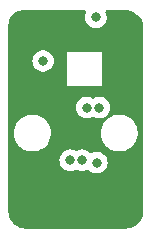
<source format=gbr>
%TF.GenerationSoftware,KiCad,Pcbnew,6.0.9-8da3e8f707~116~ubuntu20.04.1*%
%TF.CreationDate,2022-11-14T20:56:12+01:00*%
%TF.ProjectId,sensor,73656e73-6f72-42e6-9b69-6361645f7063,rev?*%
%TF.SameCoordinates,Original*%
%TF.FileFunction,Copper,L2,Inr*%
%TF.FilePolarity,Positive*%
%FSLAX46Y46*%
G04 Gerber Fmt 4.6, Leading zero omitted, Abs format (unit mm)*
G04 Created by KiCad (PCBNEW 6.0.9-8da3e8f707~116~ubuntu20.04.1) date 2022-11-14 20:56:12*
%MOMM*%
%LPD*%
G01*
G04 APERTURE LIST*
%TA.AperFunction,ViaPad*%
%ADD10C,0.800000*%
%TD*%
G04 APERTURE END LIST*
D10*
%TO.N,GND*%
X157060000Y-109990000D03*
X151150000Y-121400000D03*
%TO.N,+3V3*%
X154650000Y-121400000D03*
%TO.N,GND*%
X150650000Y-114770000D03*
X152550000Y-119300000D03*
X148525000Y-111000000D03*
X150700000Y-110000000D03*
%TO.N,+3V3*%
X154575000Y-109100000D03*
X150100000Y-112800000D03*
%TO.N,SDA*%
X153400000Y-121200000D03*
X154855304Y-116754650D03*
%TO.N,SCL*%
X153800000Y-116750000D03*
X152400000Y-121200000D03*
%TD*%
%TA.AperFunction,Conductor*%
%TO.N,GND*%
G36*
X153717341Y-108528502D02*
G01*
X153763834Y-108582158D01*
X153773938Y-108652432D01*
X153758338Y-108697501D01*
X153740473Y-108728444D01*
X153681458Y-108910072D01*
X153661496Y-109100000D01*
X153662186Y-109106565D01*
X153672902Y-109208518D01*
X153681458Y-109289928D01*
X153740473Y-109471556D01*
X153835960Y-109636944D01*
X153840378Y-109641851D01*
X153840379Y-109641852D01*
X153959325Y-109773955D01*
X153963747Y-109778866D01*
X154118248Y-109891118D01*
X154124276Y-109893802D01*
X154124278Y-109893803D01*
X154269818Y-109958601D01*
X154292712Y-109968794D01*
X154386112Y-109988647D01*
X154473056Y-110007128D01*
X154473061Y-110007128D01*
X154479513Y-110008500D01*
X154670487Y-110008500D01*
X154676939Y-110007128D01*
X154676944Y-110007128D01*
X154763887Y-109988647D01*
X154857288Y-109968794D01*
X154880182Y-109958601D01*
X155025722Y-109893803D01*
X155025724Y-109893802D01*
X155031752Y-109891118D01*
X155186253Y-109778866D01*
X155190675Y-109773955D01*
X155309621Y-109641852D01*
X155309622Y-109641851D01*
X155314040Y-109636944D01*
X155409527Y-109471556D01*
X155468542Y-109289928D01*
X155477099Y-109208518D01*
X155487814Y-109106565D01*
X155488504Y-109100000D01*
X155468542Y-108910072D01*
X155409527Y-108728444D01*
X155391662Y-108697501D01*
X155374923Y-108628506D01*
X155398143Y-108561414D01*
X155453949Y-108517526D01*
X155500780Y-108508500D01*
X157050633Y-108508500D01*
X157070018Y-108510000D01*
X157084851Y-108512310D01*
X157084855Y-108512310D01*
X157093724Y-108513691D01*
X157108981Y-108511696D01*
X157134302Y-108510953D01*
X157303285Y-108523039D01*
X157321064Y-108525596D01*
X157511392Y-108566999D01*
X157528641Y-108572063D01*
X157711150Y-108640136D01*
X157727502Y-108647604D01*
X157898458Y-108740952D01*
X157913582Y-108750672D01*
X158069514Y-108867402D01*
X158083100Y-108879175D01*
X158220825Y-109016900D01*
X158232598Y-109030486D01*
X158349328Y-109186418D01*
X158359048Y-109201542D01*
X158452396Y-109372498D01*
X158459864Y-109388850D01*
X158527937Y-109571359D01*
X158533001Y-109588607D01*
X158574404Y-109778936D01*
X158576961Y-109796715D01*
X158588540Y-109958601D01*
X158587793Y-109976565D01*
X158587692Y-109984845D01*
X158586309Y-109993724D01*
X158588771Y-110012552D01*
X158590436Y-110025283D01*
X158591500Y-110041621D01*
X158591500Y-125450633D01*
X158590000Y-125470018D01*
X158587690Y-125484851D01*
X158587690Y-125484855D01*
X158586309Y-125493724D01*
X158588304Y-125508976D01*
X158589047Y-125534302D01*
X158588551Y-125541244D01*
X158576962Y-125703279D01*
X158574404Y-125721064D01*
X158557642Y-125798120D01*
X158533001Y-125911392D01*
X158527937Y-125928641D01*
X158459864Y-126111150D01*
X158452396Y-126127502D01*
X158359048Y-126298458D01*
X158349328Y-126313582D01*
X158232598Y-126469514D01*
X158220825Y-126483100D01*
X158083100Y-126620825D01*
X158069514Y-126632598D01*
X157913582Y-126749328D01*
X157898458Y-126759048D01*
X157727502Y-126852396D01*
X157711150Y-126859864D01*
X157528641Y-126927937D01*
X157511393Y-126933001D01*
X157321064Y-126974404D01*
X157303285Y-126976961D01*
X157141395Y-126988540D01*
X157123435Y-126987793D01*
X157115155Y-126987692D01*
X157106276Y-126986309D01*
X157074714Y-126990436D01*
X157058379Y-126991500D01*
X148657411Y-126991500D01*
X148634883Y-126989470D01*
X148628093Y-126988236D01*
X148619266Y-126986632D01*
X148610341Y-126987570D01*
X148604952Y-126988136D01*
X148578883Y-126988164D01*
X148508637Y-126980934D01*
X148393393Y-126969072D01*
X148374255Y-126965592D01*
X148170319Y-126911969D01*
X148151942Y-126905584D01*
X147958692Y-126821207D01*
X147941518Y-126812070D01*
X147763558Y-126698950D01*
X147747995Y-126687278D01*
X147589568Y-126548111D01*
X147575987Y-126534182D01*
X147440872Y-126372288D01*
X147429597Y-126356434D01*
X147403857Y-126313582D01*
X147321016Y-126175672D01*
X147312318Y-126158278D01*
X147232851Y-125962943D01*
X147226936Y-125944416D01*
X147178488Y-125739190D01*
X147175493Y-125719968D01*
X147161655Y-125541244D01*
X147162316Y-125524122D01*
X147162200Y-125524121D01*
X147162310Y-125515149D01*
X147163691Y-125506276D01*
X147159564Y-125474714D01*
X147158500Y-125458379D01*
X147158500Y-121200000D01*
X151486496Y-121200000D01*
X151506458Y-121389928D01*
X151565473Y-121571556D01*
X151660960Y-121736944D01*
X151788747Y-121878866D01*
X151880990Y-121945885D01*
X151900000Y-121959696D01*
X151943248Y-121991118D01*
X151949276Y-121993802D01*
X151949278Y-121993803D01*
X151999792Y-122016293D01*
X152117712Y-122068794D01*
X152183365Y-122082749D01*
X152298056Y-122107128D01*
X152298061Y-122107128D01*
X152304513Y-122108500D01*
X152495487Y-122108500D01*
X152501939Y-122107128D01*
X152501944Y-122107128D01*
X152616635Y-122082749D01*
X152682288Y-122068794D01*
X152848752Y-121994680D01*
X152919118Y-121985246D01*
X152951247Y-121994680D01*
X153117712Y-122068794D01*
X153183365Y-122082749D01*
X153298056Y-122107128D01*
X153298061Y-122107128D01*
X153304513Y-122108500D01*
X153495487Y-122108500D01*
X153501939Y-122107128D01*
X153501944Y-122107128D01*
X153616635Y-122082749D01*
X153682288Y-122068794D01*
X153846638Y-121995621D01*
X153917004Y-121986187D01*
X153981301Y-122016293D01*
X153991518Y-122026413D01*
X154038747Y-122078866D01*
X154060329Y-122094546D01*
X154079535Y-122108500D01*
X154193248Y-122191118D01*
X154199276Y-122193802D01*
X154199278Y-122193803D01*
X154361681Y-122266109D01*
X154367712Y-122268794D01*
X154461112Y-122288647D01*
X154548056Y-122307128D01*
X154548061Y-122307128D01*
X154554513Y-122308500D01*
X154745487Y-122308500D01*
X154751939Y-122307128D01*
X154751944Y-122307128D01*
X154838888Y-122288647D01*
X154932288Y-122268794D01*
X154938319Y-122266109D01*
X155100722Y-122193803D01*
X155100724Y-122193802D01*
X155106752Y-122191118D01*
X155261253Y-122078866D01*
X155270322Y-122068794D01*
X155384621Y-121941852D01*
X155384622Y-121941851D01*
X155389040Y-121936944D01*
X155484527Y-121771556D01*
X155543542Y-121589928D01*
X155544872Y-121577279D01*
X155562814Y-121406565D01*
X155563504Y-121400000D01*
X155543542Y-121210072D01*
X155484527Y-121028444D01*
X155389040Y-120863056D01*
X155261253Y-120721134D01*
X155106752Y-120608882D01*
X155100724Y-120606198D01*
X155100722Y-120606197D01*
X154938319Y-120533891D01*
X154938318Y-120533891D01*
X154932288Y-120531206D01*
X154838887Y-120511353D01*
X154751944Y-120492872D01*
X154751939Y-120492872D01*
X154745487Y-120491500D01*
X154554513Y-120491500D01*
X154548061Y-120492872D01*
X154548056Y-120492872D01*
X154461113Y-120511353D01*
X154367712Y-120531206D01*
X154203362Y-120604379D01*
X154132996Y-120613813D01*
X154068699Y-120583707D01*
X154058482Y-120573587D01*
X154011253Y-120521134D01*
X153972354Y-120492872D01*
X153862094Y-120412763D01*
X153862093Y-120412762D01*
X153856752Y-120408882D01*
X153850724Y-120406198D01*
X153850722Y-120406197D01*
X153688319Y-120333891D01*
X153688318Y-120333891D01*
X153682288Y-120331206D01*
X153588887Y-120311353D01*
X153501944Y-120292872D01*
X153501939Y-120292872D01*
X153495487Y-120291500D01*
X153304513Y-120291500D01*
X153298061Y-120292872D01*
X153298056Y-120292872D01*
X153211113Y-120311353D01*
X153117712Y-120331206D01*
X152951248Y-120405320D01*
X152880882Y-120414754D01*
X152848753Y-120405320D01*
X152682288Y-120331206D01*
X152588887Y-120311353D01*
X152501944Y-120292872D01*
X152501939Y-120292872D01*
X152495487Y-120291500D01*
X152304513Y-120291500D01*
X152298061Y-120292872D01*
X152298056Y-120292872D01*
X152211113Y-120311353D01*
X152117712Y-120331206D01*
X152111682Y-120333891D01*
X152111681Y-120333891D01*
X151949278Y-120406197D01*
X151949276Y-120406198D01*
X151943248Y-120408882D01*
X151937907Y-120412762D01*
X151937906Y-120412763D01*
X151897320Y-120442251D01*
X151788747Y-120521134D01*
X151784326Y-120526044D01*
X151784325Y-120526045D01*
X151669011Y-120654115D01*
X151660960Y-120663056D01*
X151565473Y-120828444D01*
X151506458Y-121010072D01*
X151505768Y-121016633D01*
X151505768Y-121016635D01*
X151504527Y-121028444D01*
X151486496Y-121200000D01*
X147158500Y-121200000D01*
X147158500Y-118954568D01*
X147637382Y-118954568D01*
X147666208Y-119203699D01*
X147667587Y-119208573D01*
X147667588Y-119208577D01*
X147706526Y-119346181D01*
X147734494Y-119445017D01*
X147736628Y-119449592D01*
X147736630Y-119449599D01*
X147838347Y-119667731D01*
X147840484Y-119672313D01*
X147843326Y-119676494D01*
X147843326Y-119676495D01*
X147978605Y-119875552D01*
X147978608Y-119875556D01*
X147981451Y-119879739D01*
X147984928Y-119883416D01*
X147984929Y-119883417D01*
X148085238Y-119989491D01*
X148153767Y-120061959D01*
X148157793Y-120065037D01*
X148157794Y-120065038D01*
X148348981Y-120211212D01*
X148348985Y-120211215D01*
X148353001Y-120214285D01*
X148574026Y-120332797D01*
X148578807Y-120334443D01*
X148578811Y-120334445D01*
X148794991Y-120408882D01*
X148811156Y-120414448D01*
X148914689Y-120432331D01*
X149054380Y-120456460D01*
X149054386Y-120456461D01*
X149058290Y-120457135D01*
X149062251Y-120457315D01*
X149062252Y-120457315D01*
X149086931Y-120458436D01*
X149086950Y-120458436D01*
X149088350Y-120458500D01*
X149263015Y-120458500D01*
X149265523Y-120458298D01*
X149265528Y-120458298D01*
X149444944Y-120443863D01*
X149444949Y-120443862D01*
X149449985Y-120443457D01*
X149454893Y-120442252D01*
X149454896Y-120442251D01*
X149688625Y-120384841D01*
X149693539Y-120383634D01*
X149698191Y-120381659D01*
X149698195Y-120381658D01*
X149919741Y-120287617D01*
X149919742Y-120287617D01*
X149924396Y-120285641D01*
X150136615Y-120152000D01*
X150324738Y-119986147D01*
X150483924Y-119792351D01*
X150610078Y-119575596D01*
X150699955Y-119341461D01*
X150751241Y-119095967D01*
X150757662Y-118954568D01*
X154987382Y-118954568D01*
X155016208Y-119203699D01*
X155017587Y-119208573D01*
X155017588Y-119208577D01*
X155056526Y-119346181D01*
X155084494Y-119445017D01*
X155086628Y-119449592D01*
X155086630Y-119449599D01*
X155188347Y-119667731D01*
X155190484Y-119672313D01*
X155193326Y-119676494D01*
X155193326Y-119676495D01*
X155328605Y-119875552D01*
X155328608Y-119875556D01*
X155331451Y-119879739D01*
X155334928Y-119883416D01*
X155334929Y-119883417D01*
X155435238Y-119989491D01*
X155503767Y-120061959D01*
X155507793Y-120065037D01*
X155507794Y-120065038D01*
X155698981Y-120211212D01*
X155698985Y-120211215D01*
X155703001Y-120214285D01*
X155924026Y-120332797D01*
X155928807Y-120334443D01*
X155928811Y-120334445D01*
X156144991Y-120408882D01*
X156161156Y-120414448D01*
X156264689Y-120432331D01*
X156404380Y-120456460D01*
X156404386Y-120456461D01*
X156408290Y-120457135D01*
X156412251Y-120457315D01*
X156412252Y-120457315D01*
X156436931Y-120458436D01*
X156436950Y-120458436D01*
X156438350Y-120458500D01*
X156613015Y-120458500D01*
X156615523Y-120458298D01*
X156615528Y-120458298D01*
X156794944Y-120443863D01*
X156794949Y-120443862D01*
X156799985Y-120443457D01*
X156804893Y-120442252D01*
X156804896Y-120442251D01*
X157038625Y-120384841D01*
X157043539Y-120383634D01*
X157048191Y-120381659D01*
X157048195Y-120381658D01*
X157269741Y-120287617D01*
X157269742Y-120287617D01*
X157274396Y-120285641D01*
X157486615Y-120152000D01*
X157674738Y-119986147D01*
X157833924Y-119792351D01*
X157960078Y-119575596D01*
X158049955Y-119341461D01*
X158101241Y-119095967D01*
X158112618Y-118845432D01*
X158083792Y-118596301D01*
X158044810Y-118458539D01*
X158016884Y-118359852D01*
X158016883Y-118359850D01*
X158015506Y-118354983D01*
X158013372Y-118350408D01*
X158013370Y-118350401D01*
X157911653Y-118132269D01*
X157911651Y-118132265D01*
X157909516Y-118127687D01*
X157906674Y-118123505D01*
X157771395Y-117924448D01*
X157771392Y-117924444D01*
X157768549Y-117920261D01*
X157667925Y-117813853D01*
X157599713Y-117741721D01*
X157596233Y-117738041D01*
X157498280Y-117663150D01*
X157401019Y-117588788D01*
X157401015Y-117588785D01*
X157396999Y-117585715D01*
X157306588Y-117537237D01*
X157180435Y-117469595D01*
X157175974Y-117467203D01*
X157171193Y-117465557D01*
X157171189Y-117465555D01*
X156943633Y-117387201D01*
X156938844Y-117385552D01*
X156835311Y-117367669D01*
X156695620Y-117343540D01*
X156695614Y-117343539D01*
X156691710Y-117342865D01*
X156687749Y-117342685D01*
X156687748Y-117342685D01*
X156663069Y-117341564D01*
X156663050Y-117341564D01*
X156661650Y-117341500D01*
X156486985Y-117341500D01*
X156484477Y-117341702D01*
X156484472Y-117341702D01*
X156305056Y-117356137D01*
X156305051Y-117356138D01*
X156300015Y-117356543D01*
X156295107Y-117357748D01*
X156295104Y-117357749D01*
X156063326Y-117414680D01*
X156056461Y-117416366D01*
X156051809Y-117418341D01*
X156051805Y-117418342D01*
X155931061Y-117469595D01*
X155825604Y-117514359D01*
X155613385Y-117648000D01*
X155425262Y-117813853D01*
X155266076Y-118007649D01*
X155139922Y-118224404D01*
X155050045Y-118458539D01*
X154998759Y-118704033D01*
X154987382Y-118954568D01*
X150757662Y-118954568D01*
X150762618Y-118845432D01*
X150733792Y-118596301D01*
X150694810Y-118458539D01*
X150666884Y-118359852D01*
X150666883Y-118359850D01*
X150665506Y-118354983D01*
X150663372Y-118350408D01*
X150663370Y-118350401D01*
X150561653Y-118132269D01*
X150561651Y-118132265D01*
X150559516Y-118127687D01*
X150556674Y-118123505D01*
X150421395Y-117924448D01*
X150421392Y-117924444D01*
X150418549Y-117920261D01*
X150317925Y-117813853D01*
X150249713Y-117741721D01*
X150246233Y-117738041D01*
X150148280Y-117663150D01*
X150051019Y-117588788D01*
X150051015Y-117588785D01*
X150046999Y-117585715D01*
X149956588Y-117537237D01*
X149830435Y-117469595D01*
X149825974Y-117467203D01*
X149821193Y-117465557D01*
X149821189Y-117465555D01*
X149593633Y-117387201D01*
X149588844Y-117385552D01*
X149485311Y-117367669D01*
X149345620Y-117343540D01*
X149345614Y-117343539D01*
X149341710Y-117342865D01*
X149337749Y-117342685D01*
X149337748Y-117342685D01*
X149313069Y-117341564D01*
X149313050Y-117341564D01*
X149311650Y-117341500D01*
X149136985Y-117341500D01*
X149134477Y-117341702D01*
X149134472Y-117341702D01*
X148955056Y-117356137D01*
X148955051Y-117356138D01*
X148950015Y-117356543D01*
X148945107Y-117357748D01*
X148945104Y-117357749D01*
X148713326Y-117414680D01*
X148706461Y-117416366D01*
X148701809Y-117418341D01*
X148701805Y-117418342D01*
X148581061Y-117469595D01*
X148475604Y-117514359D01*
X148263385Y-117648000D01*
X148075262Y-117813853D01*
X147916076Y-118007649D01*
X147789922Y-118224404D01*
X147700045Y-118458539D01*
X147648759Y-118704033D01*
X147637382Y-118954568D01*
X147158500Y-118954568D01*
X147158500Y-116750000D01*
X152886496Y-116750000D01*
X152906458Y-116939928D01*
X152965473Y-117121556D01*
X153060960Y-117286944D01*
X153065378Y-117291851D01*
X153065379Y-117291852D01*
X153123627Y-117356543D01*
X153188747Y-117428866D01*
X153275548Y-117491931D01*
X153306418Y-117514359D01*
X153343248Y-117541118D01*
X153349276Y-117543802D01*
X153349278Y-117543803D01*
X153443415Y-117585715D01*
X153517712Y-117618794D01*
X153611112Y-117638647D01*
X153698056Y-117657128D01*
X153698061Y-117657128D01*
X153704513Y-117658500D01*
X153895487Y-117658500D01*
X153901939Y-117657128D01*
X153901944Y-117657128D01*
X153988888Y-117638647D01*
X154082288Y-117618794D01*
X154156585Y-117585715D01*
X154250722Y-117543803D01*
X154250724Y-117543802D01*
X154256752Y-117541118D01*
X154261145Y-117537926D01*
X154329717Y-117521290D01*
X154386052Y-117541081D01*
X154387493Y-117538586D01*
X154393211Y-117541887D01*
X154398552Y-117545768D01*
X154404580Y-117548452D01*
X154404582Y-117548453D01*
X154556541Y-117616109D01*
X154573016Y-117623444D01*
X154666416Y-117643297D01*
X154753360Y-117661778D01*
X154753365Y-117661778D01*
X154759817Y-117663150D01*
X154950791Y-117663150D01*
X154957243Y-117661778D01*
X154957248Y-117661778D01*
X155044192Y-117643297D01*
X155137592Y-117623444D01*
X155154067Y-117616109D01*
X155306026Y-117548453D01*
X155306028Y-117548452D01*
X155312056Y-117545768D01*
X155466557Y-117433516D01*
X155547572Y-117343540D01*
X155589925Y-117296502D01*
X155589926Y-117296501D01*
X155594344Y-117291594D01*
X155689831Y-117126206D01*
X155748846Y-116944578D01*
X155768808Y-116754650D01*
X155748846Y-116564722D01*
X155689831Y-116383094D01*
X155594344Y-116217706D01*
X155466557Y-116075784D01*
X155312056Y-115963532D01*
X155306028Y-115960848D01*
X155306026Y-115960847D01*
X155143623Y-115888541D01*
X155143622Y-115888541D01*
X155137592Y-115885856D01*
X155044192Y-115866003D01*
X154957248Y-115847522D01*
X154957243Y-115847522D01*
X154950791Y-115846150D01*
X154759817Y-115846150D01*
X154753365Y-115847522D01*
X154753360Y-115847522D01*
X154666416Y-115866003D01*
X154573016Y-115885856D01*
X154566986Y-115888541D01*
X154566985Y-115888541D01*
X154404582Y-115960847D01*
X154404580Y-115960848D01*
X154398552Y-115963532D01*
X154394159Y-115966724D01*
X154325587Y-115983360D01*
X154269252Y-115963569D01*
X154267811Y-115966064D01*
X154262093Y-115962763D01*
X154256752Y-115958882D01*
X154250724Y-115956198D01*
X154250722Y-115956197D01*
X154088319Y-115883891D01*
X154088318Y-115883891D01*
X154082288Y-115881206D01*
X153988887Y-115861353D01*
X153901944Y-115842872D01*
X153901939Y-115842872D01*
X153895487Y-115841500D01*
X153704513Y-115841500D01*
X153698061Y-115842872D01*
X153698056Y-115842872D01*
X153611113Y-115861353D01*
X153517712Y-115881206D01*
X153511682Y-115883891D01*
X153511681Y-115883891D01*
X153349278Y-115956197D01*
X153349276Y-115956198D01*
X153343248Y-115958882D01*
X153188747Y-116071134D01*
X153060960Y-116213056D01*
X152965473Y-116378444D01*
X152906458Y-116560072D01*
X152886496Y-116750000D01*
X147158500Y-116750000D01*
X147158500Y-114900000D01*
X152150000Y-114900000D01*
X155050000Y-114900000D01*
X155050000Y-112050000D01*
X152150000Y-112050000D01*
X152150000Y-114900000D01*
X147158500Y-114900000D01*
X147158500Y-112800000D01*
X149186496Y-112800000D01*
X149206458Y-112989928D01*
X149265473Y-113171556D01*
X149360960Y-113336944D01*
X149488747Y-113478866D01*
X149643248Y-113591118D01*
X149649276Y-113593802D01*
X149649278Y-113593803D01*
X149811681Y-113666109D01*
X149817712Y-113668794D01*
X149911112Y-113688647D01*
X149998056Y-113707128D01*
X149998061Y-113707128D01*
X150004513Y-113708500D01*
X150195487Y-113708500D01*
X150201939Y-113707128D01*
X150201944Y-113707128D01*
X150288888Y-113688647D01*
X150382288Y-113668794D01*
X150388319Y-113666109D01*
X150550722Y-113593803D01*
X150550724Y-113593802D01*
X150556752Y-113591118D01*
X150711253Y-113478866D01*
X150839040Y-113336944D01*
X150934527Y-113171556D01*
X150993542Y-112989928D01*
X151013504Y-112800000D01*
X150993542Y-112610072D01*
X150934527Y-112428444D01*
X150839040Y-112263056D01*
X150711253Y-112121134D01*
X150556752Y-112008882D01*
X150550724Y-112006198D01*
X150550722Y-112006197D01*
X150388319Y-111933891D01*
X150388318Y-111933891D01*
X150382288Y-111931206D01*
X150288888Y-111911353D01*
X150201944Y-111892872D01*
X150201939Y-111892872D01*
X150195487Y-111891500D01*
X150004513Y-111891500D01*
X149998061Y-111892872D01*
X149998056Y-111892872D01*
X149911113Y-111911353D01*
X149817712Y-111931206D01*
X149811682Y-111933891D01*
X149811681Y-111933891D01*
X149649278Y-112006197D01*
X149649276Y-112006198D01*
X149643248Y-112008882D01*
X149488747Y-112121134D01*
X149360960Y-112263056D01*
X149265473Y-112428444D01*
X149206458Y-112610072D01*
X149186496Y-112800000D01*
X147158500Y-112800000D01*
X147158500Y-109803250D01*
X147160246Y-109782345D01*
X147162770Y-109767344D01*
X147162770Y-109767341D01*
X147163576Y-109762552D01*
X147163729Y-109750000D01*
X147163039Y-109745180D01*
X147162335Y-109740263D01*
X147161450Y-109712515D01*
X147173007Y-109565672D01*
X147176100Y-109546145D01*
X147216948Y-109375997D01*
X147223058Y-109357192D01*
X147290022Y-109195528D01*
X147298992Y-109177923D01*
X147390426Y-109028716D01*
X147402046Y-109012723D01*
X147457615Y-108947661D01*
X147515689Y-108879665D01*
X147529667Y-108865687D01*
X147662727Y-108752043D01*
X147678716Y-108740426D01*
X147827923Y-108648992D01*
X147845528Y-108640022D01*
X148007197Y-108573056D01*
X148025995Y-108566949D01*
X148111071Y-108546524D01*
X148196145Y-108526100D01*
X148215672Y-108523007D01*
X148358987Y-108511728D01*
X148375875Y-108512370D01*
X148375877Y-108512200D01*
X148384853Y-108512310D01*
X148393724Y-108513691D01*
X148402626Y-108512527D01*
X148402628Y-108512527D01*
X148417677Y-108510559D01*
X148425286Y-108509564D01*
X148441621Y-108508500D01*
X153649220Y-108508500D01*
X153717341Y-108528502D01*
G37*
%TD.AperFunction*%
%TD*%
M02*

</source>
